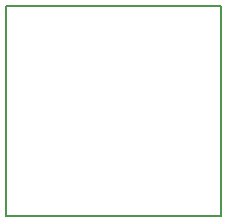
<source format=gko>
%FSLAX24Y24*%
%MOIN*%
G70*
G01*
G75*
G04 Layer_Color=16711935*
%ADD10R,0.0300X0.0300*%
%ADD11O,0.0118X0.0354*%
%ADD12O,0.0354X0.0118*%
%ADD13R,0.0551X0.0453*%
%ADD14C,0.0300*%
%ADD15C,0.0080*%
%ADD16C,0.0060*%
%ADD17C,0.0070*%
%ADD18C,0.0100*%
%ADD19C,0.0110*%
%ADD20C,0.0200*%
%ADD21C,0.0360*%
%ADD22C,0.0050*%
%ADD23C,0.0043*%
%ADD24R,0.0380X0.0380*%
%ADD25O,0.0198X0.0434*%
%ADD26O,0.0434X0.0198*%
%ADD27R,0.0631X0.0533*%
%ADD28C,0.0440*%
D22*
X0Y0D02*
X7150D01*
Y7000D01*
X0Y0D02*
Y7000D01*
X7150D01*
M02*

</source>
